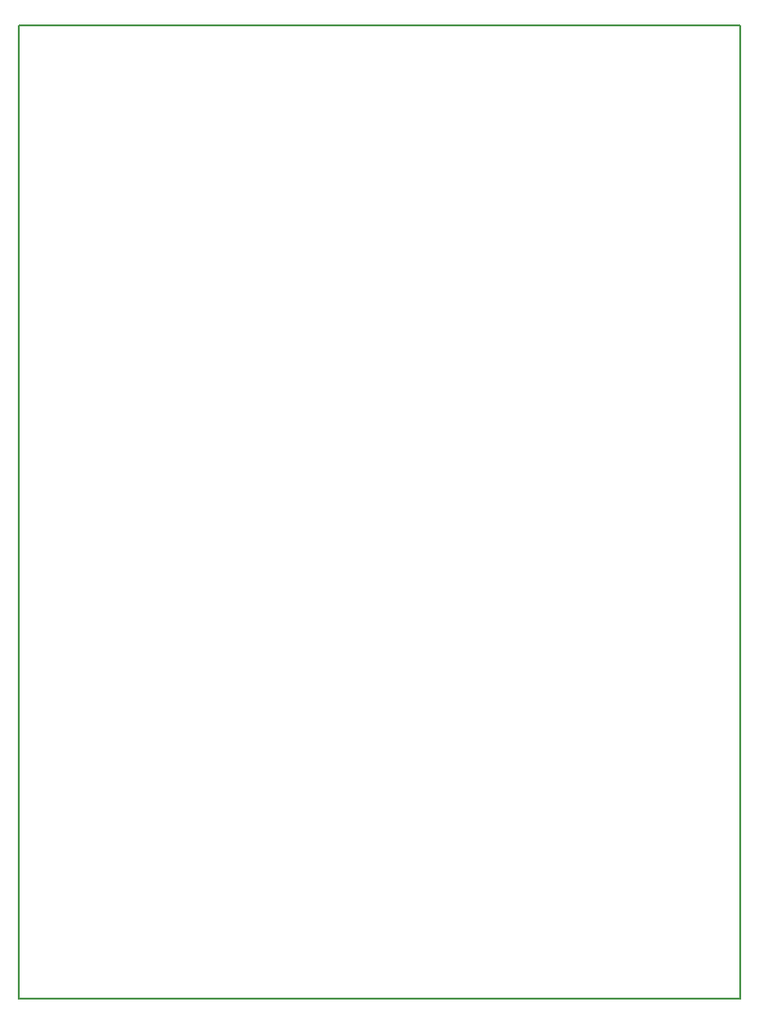
<source format=gm1>
G04 MADE WITH FRITZING*
G04 WWW.FRITZING.ORG*
G04 DOUBLE SIDED*
G04 HOLES PLATED*
G04 CONTOUR ON CENTER OF CONTOUR VECTOR*
%ASAXBY*%
%FSLAX23Y23*%
%MOIN*%
%OFA0B0*%
%SFA1.0B1.0*%
%ADD10R,2.566930X3.460630*%
%ADD11C,0.008000*%
%ADD10C,0.008*%
%LNCONTOUR*%
G90*
G70*
G54D10*
G54D11*
X4Y3457D02*
X2563Y3457D01*
X2563Y4D01*
X4Y4D01*
X4Y3457D01*
D02*
G04 End of contour*
M02*
</source>
